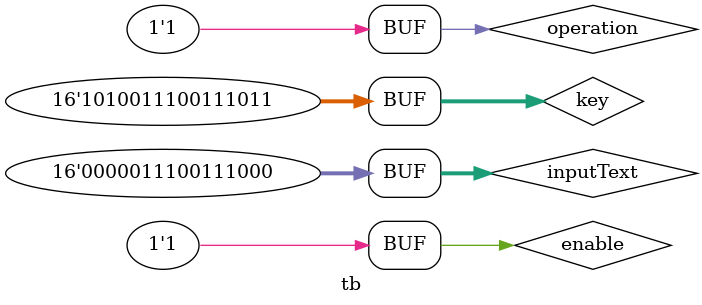
<source format=v>

module tb();
    reg [15:0] key;
    reg [15:0] inputText;
    reg enable;
    reg operation;
    wire [15:0] outputText;
    
    AES a1(key,inputText,enable,operation,outputText);

    initial begin
        inputText = 16'b0000_0111_0011_1000;
        key = 16'b1010_0111_0011_1011;
        enable = 1;
        operation = 1;
        $display ("inputText            outputText");
        $monitor ("%b     %b", inputText, outputText);
    end
endmodule


</source>
